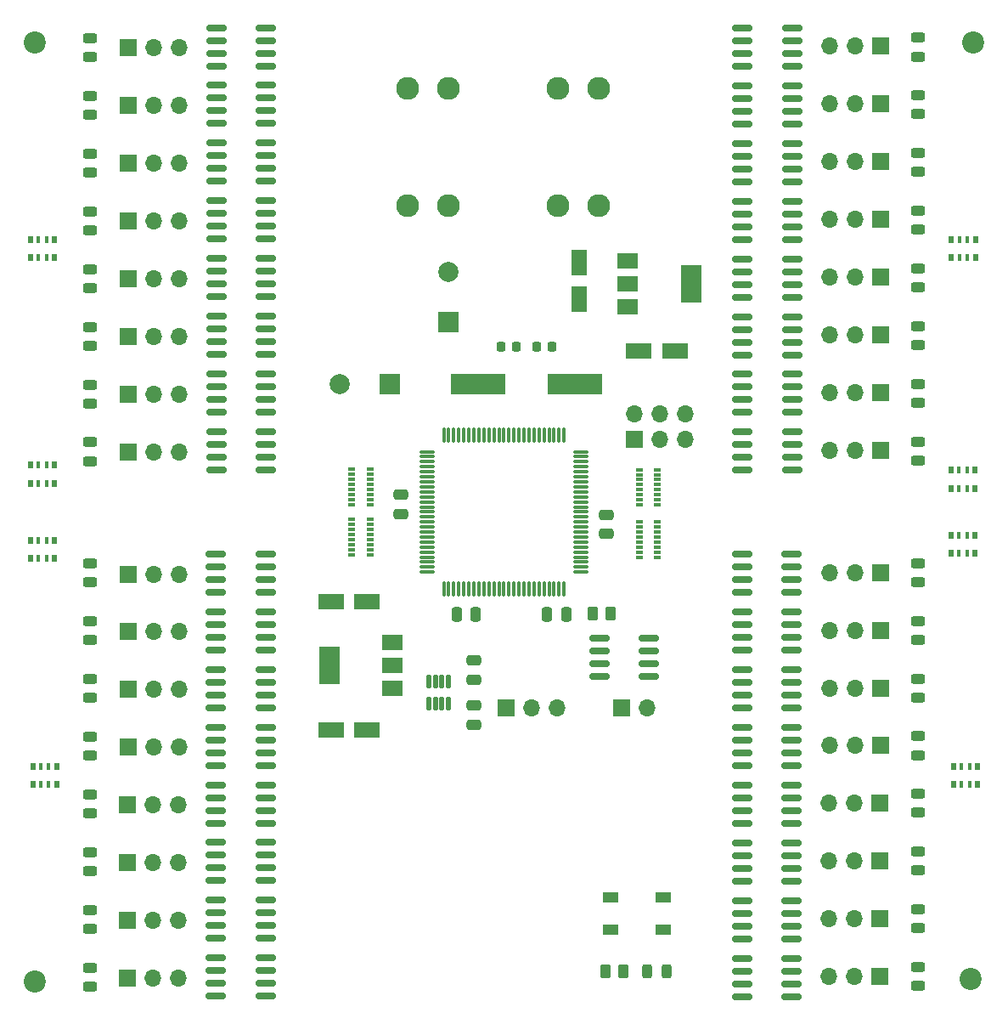
<source format=gbr>
%TF.GenerationSoftware,KiCad,Pcbnew,7.0.7+dfsg-1*%
%TF.CreationDate,2023-09-07T23:36:34-05:00*%
%TF.ProjectId,unified_control_board,756e6966-6965-4645-9f63-6f6e74726f6c,rev?*%
%TF.SameCoordinates,Original*%
%TF.FileFunction,Soldermask,Top*%
%TF.FilePolarity,Negative*%
%FSLAX46Y46*%
G04 Gerber Fmt 4.6, Leading zero omitted, Abs format (unit mm)*
G04 Created by KiCad (PCBNEW 7.0.7+dfsg-1) date 2023-09-07 23:36:34*
%MOMM*%
%LPD*%
G01*
G04 APERTURE LIST*
G04 Aperture macros list*
%AMRoundRect*
0 Rectangle with rounded corners*
0 $1 Rounding radius*
0 $2 $3 $4 $5 $6 $7 $8 $9 X,Y pos of 4 corners*
0 Add a 4 corners polygon primitive as box body*
4,1,4,$2,$3,$4,$5,$6,$7,$8,$9,$2,$3,0*
0 Add four circle primitives for the rounded corners*
1,1,$1+$1,$2,$3*
1,1,$1+$1,$4,$5*
1,1,$1+$1,$6,$7*
1,1,$1+$1,$8,$9*
0 Add four rect primitives between the rounded corners*
20,1,$1+$1,$2,$3,$4,$5,0*
20,1,$1+$1,$4,$5,$6,$7,0*
20,1,$1+$1,$6,$7,$8,$9,0*
20,1,$1+$1,$8,$9,$2,$3,0*%
G04 Aperture macros list end*
%ADD10RoundRect,0.125000X-0.125000X0.537500X-0.125000X-0.537500X0.125000X-0.537500X0.125000X0.537500X0*%
%ADD11R,1.700000X1.700000*%
%ADD12O,1.700000X1.700000*%
%ADD13R,5.499100X2.108200*%
%ADD14RoundRect,0.150000X-0.825000X-0.150000X0.825000X-0.150000X0.825000X0.150000X-0.825000X0.150000X0*%
%ADD15RoundRect,0.243750X0.456250X-0.243750X0.456250X0.243750X-0.456250X0.243750X-0.456250X-0.243750X0*%
%ADD16RoundRect,0.243750X-0.456250X0.243750X-0.456250X-0.243750X0.456250X-0.243750X0.456250X0.243750X0*%
%ADD17RoundRect,0.150000X0.825000X0.150000X-0.825000X0.150000X-0.825000X-0.150000X0.825000X-0.150000X0*%
%ADD18RoundRect,0.250000X-0.475000X0.250000X-0.475000X-0.250000X0.475000X-0.250000X0.475000X0.250000X0*%
%ADD19RoundRect,0.225000X-0.225000X-0.250000X0.225000X-0.250000X0.225000X0.250000X-0.225000X0.250000X0*%
%ADD20RoundRect,0.250000X1.050000X0.550000X-1.050000X0.550000X-1.050000X-0.550000X1.050000X-0.550000X0*%
%ADD21R,0.500000X0.800000*%
%ADD22R,0.400000X0.800000*%
%ADD23RoundRect,0.250000X-0.250000X-0.475000X0.250000X-0.475000X0.250000X0.475000X-0.250000X0.475000X0*%
%ADD24C,2.200000*%
%ADD25R,2.000000X1.500000*%
%ADD26R,2.000000X3.800000*%
%ADD27R,0.800000X0.300000*%
%ADD28C,2.280000*%
%ADD29RoundRect,0.250000X0.475000X-0.250000X0.475000X0.250000X-0.475000X0.250000X-0.475000X-0.250000X0*%
%ADD30R,1.549400X0.990600*%
%ADD31R,2.000000X2.000000*%
%ADD32C,2.000000*%
%ADD33RoundRect,0.075000X0.662500X0.075000X-0.662500X0.075000X-0.662500X-0.075000X0.662500X-0.075000X0*%
%ADD34RoundRect,0.075000X0.075000X0.662500X-0.075000X0.662500X-0.075000X-0.662500X0.075000X-0.662500X0*%
%ADD35RoundRect,0.250000X-0.550000X1.050000X-0.550000X-1.050000X0.550000X-1.050000X0.550000X1.050000X0*%
%ADD36RoundRect,0.250000X-0.262500X-0.450000X0.262500X-0.450000X0.262500X0.450000X-0.262500X0.450000X0*%
%ADD37RoundRect,0.250000X0.250000X0.475000X-0.250000X0.475000X-0.250000X-0.475000X0.250000X-0.475000X0*%
%ADD38RoundRect,0.243750X0.243750X0.456250X-0.243750X0.456250X-0.243750X-0.456250X0.243750X-0.456250X0*%
%ADD39RoundRect,0.250000X-1.050000X-0.550000X1.050000X-0.550000X1.050000X0.550000X-1.050000X0.550000X0*%
G04 APERTURE END LIST*
D10*
%TO.C,U2*%
X73225000Y-94362500D03*
X72575000Y-94362500D03*
X71925000Y-94362500D03*
X71275000Y-94362500D03*
X71275000Y-96637500D03*
X71925000Y-96637500D03*
X72575000Y-96637500D03*
X73225000Y-96637500D03*
%TD*%
D11*
%TO.C,J13*%
X41225000Y-106690000D03*
D12*
X43765000Y-106690000D03*
X46305000Y-106690000D03*
%TD*%
D13*
%TO.C,Y1*%
X76205750Y-64750000D03*
X85794250Y-64750000D03*
%TD*%
D14*
%TO.C,Q2*%
X50075000Y-35000000D03*
X50075000Y-36270000D03*
X50075000Y-37540000D03*
X50075000Y-38810000D03*
X55025000Y-35000000D03*
X55025000Y-36270000D03*
X55025000Y-37540000D03*
X55025000Y-38810000D03*
%TD*%
D15*
%TO.C,D4*%
X37500000Y-49437500D03*
X37500000Y-47562500D03*
%TD*%
D16*
%TO.C,D16*%
X37475000Y-122907500D03*
X37475000Y-124782500D03*
%TD*%
D14*
%TO.C,Q14*%
X50050000Y-110440000D03*
X50050000Y-111710000D03*
X50050000Y-112980000D03*
X50050000Y-114250000D03*
X55000000Y-110440000D03*
X55000000Y-111710000D03*
X55000000Y-112980000D03*
X55000000Y-114250000D03*
%TD*%
D17*
%TO.C,Q19*%
X102500000Y-110480000D03*
X102500000Y-111750000D03*
X102500000Y-113020000D03*
X102500000Y-114290000D03*
X107450000Y-110480000D03*
X107450000Y-111750000D03*
X107450000Y-113020000D03*
X107450000Y-114290000D03*
%TD*%
D11*
%TO.C,J15*%
X41225000Y-118190000D03*
D12*
X43765000Y-118190000D03*
X46305000Y-118190000D03*
%TD*%
D11*
%TO.C,J32*%
X116300000Y-31100000D03*
D12*
X113760000Y-31100000D03*
X111220000Y-31100000D03*
%TD*%
D18*
%TO.C,C13*%
X75750000Y-92300000D03*
X75750000Y-94200000D03*
%TD*%
D17*
%TO.C,Q32*%
X102525000Y-29290000D03*
X102525000Y-30560000D03*
X102525000Y-31830000D03*
X102525000Y-33100000D03*
X107475000Y-29290000D03*
X107475000Y-30560000D03*
X107475000Y-31830000D03*
X107475000Y-33100000D03*
%TD*%
%TO.C,Q30*%
X102525000Y-40790000D03*
X102525000Y-42060000D03*
X102525000Y-43330000D03*
X102525000Y-44600000D03*
X107475000Y-40790000D03*
X107475000Y-42060000D03*
X107475000Y-43330000D03*
X107475000Y-44600000D03*
%TD*%
D15*
%TO.C,D3*%
X37500000Y-43687500D03*
X37500000Y-41812500D03*
%TD*%
D11*
%TO.C,J34*%
X91725000Y-70275000D03*
D12*
X91725000Y-67735000D03*
X94265000Y-70275000D03*
X94265000Y-67735000D03*
X96805000Y-70275000D03*
X96805000Y-67735000D03*
%TD*%
D19*
%TO.C,C2*%
X81975000Y-61000000D03*
X83525000Y-61000000D03*
%TD*%
D11*
%TO.C,J35*%
X78975000Y-97000000D03*
D12*
X81515000Y-97000000D03*
X84055000Y-97000000D03*
%TD*%
D15*
%TO.C,D29*%
X120050000Y-49382500D03*
X120050000Y-47507500D03*
%TD*%
D11*
%TO.C,J7*%
X41250000Y-65750000D03*
D12*
X43790000Y-65750000D03*
X46330000Y-65750000D03*
%TD*%
D16*
%TO.C,D11*%
X37475000Y-94157500D03*
X37475000Y-96032500D03*
%TD*%
%TO.C,D9*%
X37475000Y-82657500D03*
X37475000Y-84532500D03*
%TD*%
D11*
%TO.C,J20*%
X116250000Y-106540000D03*
D12*
X113710000Y-106540000D03*
X111170000Y-106540000D03*
%TD*%
D11*
%TO.C,J31*%
X116300000Y-36850000D03*
D12*
X113760000Y-36850000D03*
X111220000Y-36850000D03*
%TD*%
D20*
%TO.C,C11*%
X65100000Y-99250000D03*
X61500000Y-99250000D03*
%TD*%
D16*
%TO.C,D15*%
X37475000Y-117157500D03*
X37475000Y-119032500D03*
%TD*%
D11*
%TO.C,J22*%
X116275000Y-95040000D03*
D12*
X113735000Y-95040000D03*
X111195000Y-95040000D03*
%TD*%
D21*
%TO.C,RN6*%
X31550000Y-74650000D03*
D22*
X32350000Y-74650000D03*
X33150000Y-74650000D03*
D21*
X33950000Y-74650000D03*
X33950000Y-72850000D03*
D22*
X33150000Y-72850000D03*
X32350000Y-72850000D03*
D21*
X31550000Y-72850000D03*
%TD*%
D23*
%TO.C,C5*%
X74050000Y-87750000D03*
X75950000Y-87750000D03*
%TD*%
D14*
%TO.C,Q7*%
X50075000Y-63750000D03*
X50075000Y-65020000D03*
X50075000Y-66290000D03*
X50075000Y-67560000D03*
X55025000Y-63750000D03*
X55025000Y-65020000D03*
X55025000Y-66290000D03*
X55025000Y-67560000D03*
%TD*%
D11*
%TO.C,J14*%
X41225000Y-112440000D03*
D12*
X43765000Y-112440000D03*
X46305000Y-112440000D03*
%TD*%
D17*
%TO.C,Q24*%
X102500000Y-81730000D03*
X102500000Y-83000000D03*
X102500000Y-84270000D03*
X102500000Y-85540000D03*
X107450000Y-81730000D03*
X107450000Y-83000000D03*
X107450000Y-84270000D03*
X107450000Y-85540000D03*
%TD*%
D16*
%TO.C,D19*%
X120025000Y-111352500D03*
X120025000Y-113227500D03*
%TD*%
D24*
%TO.C,H3*%
X125500000Y-30750000D03*
%TD*%
D11*
%TO.C,J10*%
X41250000Y-89440000D03*
D12*
X43790000Y-89440000D03*
X46330000Y-89440000D03*
%TD*%
D14*
%TO.C,Q3*%
X50075000Y-40750000D03*
X50075000Y-42020000D03*
X50075000Y-43290000D03*
X50075000Y-44560000D03*
X55025000Y-40750000D03*
X55025000Y-42020000D03*
X55025000Y-43290000D03*
X55025000Y-44560000D03*
%TD*%
D16*
%TO.C,D14*%
X37475000Y-111407500D03*
X37475000Y-113282500D03*
%TD*%
D11*
%TO.C,J25*%
X116275000Y-71350000D03*
D12*
X113735000Y-71350000D03*
X111195000Y-71350000D03*
%TD*%
D15*
%TO.C,D5*%
X37500000Y-55187500D03*
X37500000Y-53312500D03*
%TD*%
D25*
%TO.C,U4*%
X67650000Y-95100000D03*
X67650000Y-92800000D03*
D26*
X61350000Y-92800000D03*
D25*
X67650000Y-90500000D03*
%TD*%
D11*
%TO.C,J1*%
X41275000Y-31250000D03*
D12*
X43815000Y-31250000D03*
X46355000Y-31250000D03*
%TD*%
D14*
%TO.C,Q15*%
X50050000Y-116190000D03*
X50050000Y-117460000D03*
X50050000Y-118730000D03*
X50050000Y-120000000D03*
X55000000Y-116190000D03*
X55000000Y-117460000D03*
X55000000Y-118730000D03*
X55000000Y-120000000D03*
%TD*%
D11*
%TO.C,J23*%
X116275000Y-89290000D03*
D12*
X113735000Y-89290000D03*
X111195000Y-89290000D03*
%TD*%
D16*
%TO.C,D17*%
X120025000Y-122852500D03*
X120025000Y-124727500D03*
%TD*%
D15*
%TO.C,D31*%
X120050000Y-37882500D03*
X120050000Y-36007500D03*
%TD*%
D17*
%TO.C,Q20*%
X102500000Y-104730000D03*
X102500000Y-106000000D03*
X102500000Y-107270000D03*
X102500000Y-108540000D03*
X107450000Y-104730000D03*
X107450000Y-106000000D03*
X107450000Y-107270000D03*
X107450000Y-108540000D03*
%TD*%
D21*
%TO.C,RN9*%
X125975000Y-102850000D03*
D22*
X125175000Y-102850000D03*
X124375000Y-102850000D03*
D21*
X123575000Y-102850000D03*
X123575000Y-104650000D03*
D22*
X124375000Y-104650000D03*
X125175000Y-104650000D03*
D21*
X125975000Y-104650000D03*
%TD*%
D27*
%TO.C,RN2*%
X63600000Y-78250000D03*
X63600000Y-78750000D03*
X63600000Y-79250000D03*
X63600000Y-79750000D03*
X63600000Y-80250000D03*
X63600000Y-80750000D03*
X63600000Y-81250000D03*
X63600000Y-81750000D03*
X65400000Y-81750000D03*
X65400000Y-81250000D03*
X65400000Y-80750000D03*
X65400000Y-80250000D03*
X65400000Y-79750000D03*
X65400000Y-79250000D03*
X65400000Y-78750000D03*
X65400000Y-78250000D03*
%TD*%
D16*
%TO.C,D20*%
X120025000Y-105602500D03*
X120025000Y-107477500D03*
%TD*%
%TO.C,D21*%
X120025000Y-99852500D03*
X120025000Y-101727500D03*
%TD*%
D28*
%TO.C,J33*%
X69175000Y-46970000D03*
X73175000Y-46970000D03*
X69175000Y-35290000D03*
X73175000Y-35290000D03*
X84175000Y-46970000D03*
X84175000Y-35290000D03*
X88175000Y-46970000D03*
X88175000Y-35290000D03*
%TD*%
D27*
%TO.C,RN1*%
X63600000Y-73250000D03*
X63600000Y-73750000D03*
X63600000Y-74250000D03*
X63600000Y-74750000D03*
X63600000Y-75250000D03*
X63600000Y-75750000D03*
X63600000Y-76250000D03*
X63600000Y-76750000D03*
X65400000Y-76750000D03*
X65400000Y-76250000D03*
X65400000Y-75750000D03*
X65400000Y-75250000D03*
X65400000Y-74750000D03*
X65400000Y-74250000D03*
X65400000Y-73750000D03*
X65400000Y-73250000D03*
%TD*%
D29*
%TO.C,C14*%
X75750000Y-98700000D03*
X75750000Y-96800000D03*
%TD*%
D21*
%TO.C,RN7*%
X33950000Y-80350000D03*
D22*
X33150000Y-80350000D03*
X32350000Y-80350000D03*
D21*
X31550000Y-80350000D03*
X31550000Y-82150000D03*
D22*
X32350000Y-82150000D03*
X33150000Y-82150000D03*
D21*
X33950000Y-82150000D03*
%TD*%
D17*
%TO.C,Q26*%
X102525000Y-63790000D03*
X102525000Y-65060000D03*
X102525000Y-66330000D03*
X102525000Y-67600000D03*
X107475000Y-63790000D03*
X107475000Y-65060000D03*
X107475000Y-66330000D03*
X107475000Y-67600000D03*
%TD*%
D18*
%TO.C,C6*%
X68500000Y-75800000D03*
X68500000Y-77700000D03*
%TD*%
D20*
%TO.C,C12*%
X65100000Y-86400000D03*
X61500000Y-86400000D03*
%TD*%
D30*
%TO.C,SW1*%
X94625001Y-119099999D03*
X89374999Y-119099999D03*
X94625001Y-115900001D03*
X89374999Y-115900001D03*
%TD*%
D16*
%TO.C,D10*%
X37475000Y-88407500D03*
X37475000Y-90282500D03*
%TD*%
D25*
%TO.C,U3*%
X91100000Y-52450000D03*
X91100000Y-54750000D03*
D26*
X97400000Y-54750000D03*
D25*
X91100000Y-57050000D03*
%TD*%
D15*
%TO.C,D8*%
X37500000Y-72437500D03*
X37500000Y-70562500D03*
%TD*%
D27*
%TO.C,RN3*%
X94050000Y-82000000D03*
X94050000Y-81500000D03*
X94050000Y-81000000D03*
X94050000Y-80500000D03*
X94050000Y-80000000D03*
X94050000Y-79500000D03*
X94050000Y-79000000D03*
X94050000Y-78500000D03*
X92250000Y-78500000D03*
X92250000Y-79000000D03*
X92250000Y-79500000D03*
X92250000Y-80000000D03*
X92250000Y-80500000D03*
X92250000Y-81000000D03*
X92250000Y-81500000D03*
X92250000Y-82000000D03*
%TD*%
D16*
%TO.C,D12*%
X37475000Y-99907500D03*
X37475000Y-101782500D03*
%TD*%
D15*
%TO.C,D28*%
X120050000Y-55132500D03*
X120050000Y-53257500D03*
%TD*%
D14*
%TO.C,Q4*%
X50075000Y-46500000D03*
X50075000Y-47770000D03*
X50075000Y-49040000D03*
X50075000Y-50310000D03*
X55025000Y-46500000D03*
X55025000Y-47770000D03*
X55025000Y-49040000D03*
X55025000Y-50310000D03*
%TD*%
D17*
%TO.C,Q22*%
X102500000Y-93230000D03*
X102500000Y-94500000D03*
X102500000Y-95770000D03*
X102500000Y-97040000D03*
X107450000Y-93230000D03*
X107450000Y-94500000D03*
X107450000Y-95770000D03*
X107450000Y-97040000D03*
%TD*%
D11*
%TO.C,J8*%
X41250000Y-71500000D03*
D12*
X43790000Y-71500000D03*
X46330000Y-71500000D03*
%TD*%
D14*
%TO.C,Q8*%
X50075000Y-69500000D03*
X50075000Y-70770000D03*
X50075000Y-72040000D03*
X50075000Y-73310000D03*
X55025000Y-69500000D03*
X55025000Y-70770000D03*
X55025000Y-72040000D03*
X55025000Y-73310000D03*
%TD*%
D17*
%TO.C,Q29*%
X102525000Y-46540000D03*
X102525000Y-47810000D03*
X102525000Y-49080000D03*
X102525000Y-50350000D03*
X107475000Y-46540000D03*
X107475000Y-47810000D03*
X107475000Y-49080000D03*
X107475000Y-50350000D03*
%TD*%
D16*
%TO.C,D22*%
X120025000Y-94102500D03*
X120025000Y-95977500D03*
%TD*%
D11*
%TO.C,J28*%
X116275000Y-54100000D03*
D12*
X113735000Y-54100000D03*
X111195000Y-54100000D03*
%TD*%
D15*
%TO.C,D27*%
X120050000Y-60882500D03*
X120050000Y-59007500D03*
%TD*%
D14*
%TO.C,Q9*%
X50050000Y-81690000D03*
X50050000Y-82960000D03*
X50050000Y-84230000D03*
X50050000Y-85500000D03*
X55000000Y-81690000D03*
X55000000Y-82960000D03*
X55000000Y-84230000D03*
X55000000Y-85500000D03*
%TD*%
%TO.C,Q1*%
X50075000Y-29250000D03*
X50075000Y-30520000D03*
X50075000Y-31790000D03*
X50075000Y-33060000D03*
X55025000Y-29250000D03*
X55025000Y-30520000D03*
X55025000Y-31790000D03*
X55025000Y-33060000D03*
%TD*%
D17*
%TO.C,Q27*%
X102525000Y-58040000D03*
X102525000Y-59310000D03*
X102525000Y-60580000D03*
X102525000Y-61850000D03*
X107475000Y-58040000D03*
X107475000Y-59310000D03*
X107475000Y-60580000D03*
X107475000Y-61850000D03*
%TD*%
%TO.C,Q28*%
X102525000Y-52290000D03*
X102525000Y-53560000D03*
X102525000Y-54830000D03*
X102525000Y-56100000D03*
X107475000Y-52290000D03*
X107475000Y-53560000D03*
X107475000Y-54830000D03*
X107475000Y-56100000D03*
%TD*%
D24*
%TO.C,H4*%
X32000000Y-30750000D03*
%TD*%
D11*
%TO.C,J3*%
X41275000Y-42750000D03*
D12*
X43815000Y-42750000D03*
X46355000Y-42750000D03*
%TD*%
D17*
%TO.C,Q31*%
X102525000Y-35040000D03*
X102525000Y-36310000D03*
X102525000Y-37580000D03*
X102525000Y-38850000D03*
X107475000Y-35040000D03*
X107475000Y-36310000D03*
X107475000Y-37580000D03*
X107475000Y-38850000D03*
%TD*%
D24*
%TO.C,H2*%
X32000000Y-124250000D03*
%TD*%
D17*
%TO.C,Q21*%
X102500000Y-98980000D03*
X102500000Y-100250000D03*
X102500000Y-101520000D03*
X102500000Y-102790000D03*
X107450000Y-98980000D03*
X107450000Y-100250000D03*
X107450000Y-101520000D03*
X107450000Y-102790000D03*
%TD*%
D15*
%TO.C,D6*%
X37500000Y-60937500D03*
X37500000Y-59062500D03*
%TD*%
D31*
%TO.C,C8*%
X73250000Y-58617677D03*
D32*
X73250000Y-53617677D03*
%TD*%
D16*
%TO.C,D18*%
X120025000Y-117102500D03*
X120025000Y-118977500D03*
%TD*%
D17*
%TO.C,Q25*%
X102525000Y-69540000D03*
X102525000Y-70810000D03*
X102525000Y-72080000D03*
X102525000Y-73350000D03*
X107475000Y-69540000D03*
X107475000Y-70810000D03*
X107475000Y-72080000D03*
X107475000Y-73350000D03*
%TD*%
%TO.C,Q23*%
X102500000Y-87480000D03*
X102500000Y-88750000D03*
X102500000Y-90020000D03*
X102500000Y-91290000D03*
X107450000Y-87480000D03*
X107450000Y-88750000D03*
X107450000Y-90020000D03*
X107450000Y-91290000D03*
%TD*%
D11*
%TO.C,J26*%
X116275000Y-65600000D03*
D12*
X113735000Y-65600000D03*
X111195000Y-65600000D03*
%TD*%
D21*
%TO.C,RN12*%
X123350000Y-52150000D03*
D22*
X124150000Y-52150000D03*
X124950000Y-52150000D03*
D21*
X125750000Y-52150000D03*
X125750000Y-50350000D03*
D22*
X124950000Y-50350000D03*
X124150000Y-50350000D03*
D21*
X123350000Y-50350000D03*
%TD*%
D11*
%TO.C,J17*%
X116250000Y-123790000D03*
D12*
X113710000Y-123790000D03*
X111170000Y-123790000D03*
%TD*%
D33*
%TO.C,U1*%
X86412500Y-83500000D03*
X86412500Y-83000000D03*
X86412500Y-82500000D03*
X86412500Y-82000000D03*
X86412500Y-81500000D03*
X86412500Y-81000000D03*
X86412500Y-80500000D03*
X86412500Y-80000000D03*
X86412500Y-79500000D03*
X86412500Y-79000000D03*
X86412500Y-78500000D03*
X86412500Y-78000000D03*
X86412500Y-77500000D03*
X86412500Y-77000000D03*
X86412500Y-76500000D03*
X86412500Y-76000000D03*
X86412500Y-75500000D03*
X86412500Y-75000000D03*
X86412500Y-74500000D03*
X86412500Y-74000000D03*
X86412500Y-73500000D03*
X86412500Y-73000000D03*
X86412500Y-72500000D03*
X86412500Y-72000000D03*
X86412500Y-71500000D03*
D34*
X84750000Y-69837500D03*
X84250000Y-69837500D03*
X83750000Y-69837500D03*
X83250000Y-69837500D03*
X82750000Y-69837500D03*
X82250000Y-69837500D03*
X81750000Y-69837500D03*
X81250000Y-69837500D03*
X80750000Y-69837500D03*
X80250000Y-69837500D03*
X79750000Y-69837500D03*
X79250000Y-69837500D03*
X78750000Y-69837500D03*
X78250000Y-69837500D03*
X77750000Y-69837500D03*
X77250000Y-69837500D03*
X76750000Y-69837500D03*
X76250000Y-69837500D03*
X75750000Y-69837500D03*
X75250000Y-69837500D03*
X74750000Y-69837500D03*
X74250000Y-69837500D03*
X73750000Y-69837500D03*
X73250000Y-69837500D03*
X72750000Y-69837500D03*
D33*
X71087500Y-71500000D03*
X71087500Y-72000000D03*
X71087500Y-72500000D03*
X71087500Y-73000000D03*
X71087500Y-73500000D03*
X71087500Y-74000000D03*
X71087500Y-74500000D03*
X71087500Y-75000000D03*
X71087500Y-75500000D03*
X71087500Y-76000000D03*
X71087500Y-76500000D03*
X71087500Y-77000000D03*
X71087500Y-77500000D03*
X71087500Y-78000000D03*
X71087500Y-78500000D03*
X71087500Y-79000000D03*
X71087500Y-79500000D03*
X71087500Y-80000000D03*
X71087500Y-80500000D03*
X71087500Y-81000000D03*
X71087500Y-81500000D03*
X71087500Y-82000000D03*
X71087500Y-82500000D03*
X71087500Y-83000000D03*
X71087500Y-83500000D03*
D34*
X72750000Y-85162500D03*
X73250000Y-85162500D03*
X73750000Y-85162500D03*
X74250000Y-85162500D03*
X74750000Y-85162500D03*
X75250000Y-85162500D03*
X75750000Y-85162500D03*
X76250000Y-85162500D03*
X76750000Y-85162500D03*
X77250000Y-85162500D03*
X77750000Y-85162500D03*
X78250000Y-85162500D03*
X78750000Y-85162500D03*
X79250000Y-85162500D03*
X79750000Y-85162500D03*
X80250000Y-85162500D03*
X80750000Y-85162500D03*
X81250000Y-85162500D03*
X81750000Y-85162500D03*
X82250000Y-85162500D03*
X82750000Y-85162500D03*
X83250000Y-85162500D03*
X83750000Y-85162500D03*
X84250000Y-85162500D03*
X84750000Y-85162500D03*
%TD*%
D11*
%TO.C,J29*%
X116300000Y-48350000D03*
D12*
X113760000Y-48350000D03*
X111220000Y-48350000D03*
%TD*%
D15*
%TO.C,D1*%
X37500000Y-32187500D03*
X37500000Y-30312500D03*
%TD*%
D35*
%TO.C,C9*%
X86250000Y-52700000D03*
X86250000Y-56300000D03*
%TD*%
D36*
%TO.C,R1*%
X87587500Y-87630000D03*
X89412500Y-87630000D03*
%TD*%
D15*
%TO.C,D30*%
X120050000Y-43632500D03*
X120050000Y-41757500D03*
%TD*%
%TO.C,D32*%
X120050000Y-32132500D03*
X120050000Y-30257500D03*
%TD*%
D11*
%TO.C,J6*%
X41250000Y-60000000D03*
D12*
X43790000Y-60000000D03*
X46330000Y-60000000D03*
%TD*%
D11*
%TO.C,J12*%
X41250000Y-100940000D03*
D12*
X43790000Y-100940000D03*
X46330000Y-100940000D03*
%TD*%
D11*
%TO.C,J4*%
X41275000Y-48500000D03*
D12*
X43815000Y-48500000D03*
X46355000Y-48500000D03*
%TD*%
D17*
%TO.C,Q18*%
X102500000Y-116230000D03*
X102500000Y-117500000D03*
X102500000Y-118770000D03*
X102500000Y-120040000D03*
X107450000Y-116230000D03*
X107450000Y-117500000D03*
X107450000Y-118770000D03*
X107450000Y-120040000D03*
%TD*%
%TO.C,Q33*%
X93225000Y-93905000D03*
X93225000Y-92635000D03*
X93225000Y-91365000D03*
X93225000Y-90095000D03*
X88275000Y-93905000D03*
X88275000Y-92635000D03*
X88275000Y-91365000D03*
X88275000Y-90095000D03*
%TD*%
D11*
%TO.C,J9*%
X41250000Y-83690000D03*
D12*
X43790000Y-83690000D03*
X46330000Y-83690000D03*
%TD*%
D15*
%TO.C,D2*%
X37500000Y-37937500D03*
X37500000Y-36062500D03*
%TD*%
D16*
%TO.C,D24*%
X120025000Y-82602500D03*
X120025000Y-84477500D03*
%TD*%
D11*
%TO.C,J27*%
X116275000Y-59850000D03*
D12*
X113735000Y-59850000D03*
X111195000Y-59850000D03*
%TD*%
D21*
%TO.C,RN8*%
X34175000Y-102850000D03*
D22*
X33375000Y-102850000D03*
X32575000Y-102850000D03*
D21*
X31775000Y-102850000D03*
X31775000Y-104650000D03*
D22*
X32575000Y-104650000D03*
X33375000Y-104650000D03*
D21*
X34175000Y-104650000D03*
%TD*%
D11*
%TO.C,J11*%
X41250000Y-95190000D03*
D12*
X43790000Y-95190000D03*
X46330000Y-95190000D03*
%TD*%
D15*
%TO.C,D26*%
X120050000Y-66632500D03*
X120050000Y-64757500D03*
%TD*%
D37*
%TO.C,C3*%
X84950000Y-87750000D03*
X83050000Y-87750000D03*
%TD*%
D14*
%TO.C,Q10*%
X50050000Y-87440000D03*
X50050000Y-88710000D03*
X50050000Y-89980000D03*
X50050000Y-91250000D03*
X55000000Y-87440000D03*
X55000000Y-88710000D03*
X55000000Y-89980000D03*
X55000000Y-91250000D03*
%TD*%
D11*
%TO.C,J21*%
X116275000Y-100790000D03*
D12*
X113735000Y-100790000D03*
X111195000Y-100790000D03*
%TD*%
D11*
%TO.C,J16*%
X41225000Y-123940000D03*
D12*
X43765000Y-123940000D03*
X46305000Y-123940000D03*
%TD*%
D15*
%TO.C,D25*%
X120050000Y-72382500D03*
X120050000Y-70507500D03*
%TD*%
D14*
%TO.C,Q16*%
X50050000Y-121940000D03*
X50050000Y-123210000D03*
X50050000Y-124480000D03*
X50050000Y-125750000D03*
X55000000Y-121940000D03*
X55000000Y-123210000D03*
X55000000Y-124480000D03*
X55000000Y-125750000D03*
%TD*%
D11*
%TO.C,J19*%
X116250000Y-112290000D03*
D12*
X113710000Y-112290000D03*
X111170000Y-112290000D03*
%TD*%
D16*
%TO.C,D13*%
X37475000Y-105657500D03*
X37475000Y-107532500D03*
%TD*%
D11*
%TO.C,J2*%
X41275000Y-37000000D03*
D12*
X43815000Y-37000000D03*
X46355000Y-37000000D03*
%TD*%
D29*
%TO.C,C4*%
X89000000Y-79700000D03*
X89000000Y-77800000D03*
%TD*%
D24*
%TO.C,H1*%
X125250000Y-124000000D03*
%TD*%
D36*
%TO.C,R2*%
X88837500Y-123250000D03*
X90662500Y-123250000D03*
%TD*%
D11*
%TO.C,J24*%
X116275000Y-83540000D03*
D12*
X113735000Y-83540000D03*
X111195000Y-83540000D03*
%TD*%
D14*
%TO.C,Q13*%
X50050000Y-104690000D03*
X50050000Y-105960000D03*
X50050000Y-107230000D03*
X50050000Y-108500000D03*
X55000000Y-104690000D03*
X55000000Y-105960000D03*
X55000000Y-107230000D03*
X55000000Y-108500000D03*
%TD*%
D32*
%TO.C,C7*%
X62367677Y-64750000D03*
D31*
X67367677Y-64750000D03*
%TD*%
D21*
%TO.C,RN5*%
X31550000Y-52150000D03*
D22*
X32350000Y-52150000D03*
X33150000Y-52150000D03*
D21*
X33950000Y-52150000D03*
X33950000Y-50350000D03*
D22*
X33150000Y-50350000D03*
X32350000Y-50350000D03*
D21*
X31550000Y-50350000D03*
%TD*%
D11*
%TO.C,J5*%
X41250000Y-54250000D03*
D12*
X43790000Y-54250000D03*
X46330000Y-54250000D03*
%TD*%
D14*
%TO.C,Q11*%
X50050000Y-93190000D03*
X50050000Y-94460000D03*
X50050000Y-95730000D03*
X50050000Y-97000000D03*
X55000000Y-93190000D03*
X55000000Y-94460000D03*
X55000000Y-95730000D03*
X55000000Y-97000000D03*
%TD*%
D38*
%TO.C,D33*%
X94937500Y-123250000D03*
X93062500Y-123250000D03*
%TD*%
D11*
%TO.C,J30*%
X116300000Y-42600000D03*
D12*
X113760000Y-42600000D03*
X111220000Y-42600000D03*
%TD*%
D11*
%TO.C,J36*%
X90475000Y-97000000D03*
D12*
X93015000Y-97000000D03*
%TD*%
D14*
%TO.C,Q5*%
X50075000Y-52250000D03*
X50075000Y-53520000D03*
X50075000Y-54790000D03*
X50075000Y-56060000D03*
X55025000Y-52250000D03*
X55025000Y-53520000D03*
X55025000Y-54790000D03*
X55025000Y-56060000D03*
%TD*%
D11*
%TO.C,J18*%
X116250000Y-118040000D03*
D12*
X113710000Y-118040000D03*
X111170000Y-118040000D03*
%TD*%
D15*
%TO.C,D7*%
X37500000Y-66687500D03*
X37500000Y-64812500D03*
%TD*%
D17*
%TO.C,Q17*%
X102500000Y-121980000D03*
X102500000Y-123250000D03*
X102500000Y-124520000D03*
X102500000Y-125790000D03*
X107450000Y-121980000D03*
X107450000Y-123250000D03*
X107450000Y-124520000D03*
X107450000Y-125790000D03*
%TD*%
D21*
%TO.C,RN10*%
X125700000Y-79850000D03*
D22*
X124900000Y-79850000D03*
X124100000Y-79850000D03*
D21*
X123300000Y-79850000D03*
X123300000Y-81650000D03*
D22*
X124100000Y-81650000D03*
X124900000Y-81650000D03*
D21*
X125700000Y-81650000D03*
%TD*%
D14*
%TO.C,Q12*%
X50050000Y-98940000D03*
X50050000Y-100210000D03*
X50050000Y-101480000D03*
X50050000Y-102750000D03*
X55000000Y-98940000D03*
X55000000Y-100210000D03*
X55000000Y-101480000D03*
X55000000Y-102750000D03*
%TD*%
D16*
%TO.C,D23*%
X120025000Y-88352500D03*
X120025000Y-90227500D03*
%TD*%
D19*
%TO.C,C1*%
X78475000Y-61000000D03*
X80025000Y-61000000D03*
%TD*%
D21*
%TO.C,RN11*%
X123300000Y-75150000D03*
D22*
X124100000Y-75150000D03*
X124900000Y-75150000D03*
D21*
X125700000Y-75150000D03*
X125700000Y-73350000D03*
D22*
X124900000Y-73350000D03*
X124100000Y-73350000D03*
D21*
X123300000Y-73350000D03*
%TD*%
D27*
%TO.C,RN4*%
X94050000Y-76790000D03*
X94050000Y-76290000D03*
X94050000Y-75790000D03*
X94050000Y-75290000D03*
X94050000Y-74790000D03*
X94050000Y-74290000D03*
X94050000Y-73790000D03*
X94050000Y-73290000D03*
X92250000Y-73290000D03*
X92250000Y-73790000D03*
X92250000Y-74290000D03*
X92250000Y-74790000D03*
X92250000Y-75290000D03*
X92250000Y-75790000D03*
X92250000Y-76290000D03*
X92250000Y-76790000D03*
%TD*%
D39*
%TO.C,C10*%
X92200000Y-61500000D03*
X95800000Y-61500000D03*
%TD*%
D14*
%TO.C,Q6*%
X50075000Y-58000000D03*
X50075000Y-59270000D03*
X50075000Y-60540000D03*
X50075000Y-61810000D03*
X55025000Y-58000000D03*
X55025000Y-59270000D03*
X55025000Y-60540000D03*
X55025000Y-61810000D03*
%TD*%
M02*

</source>
